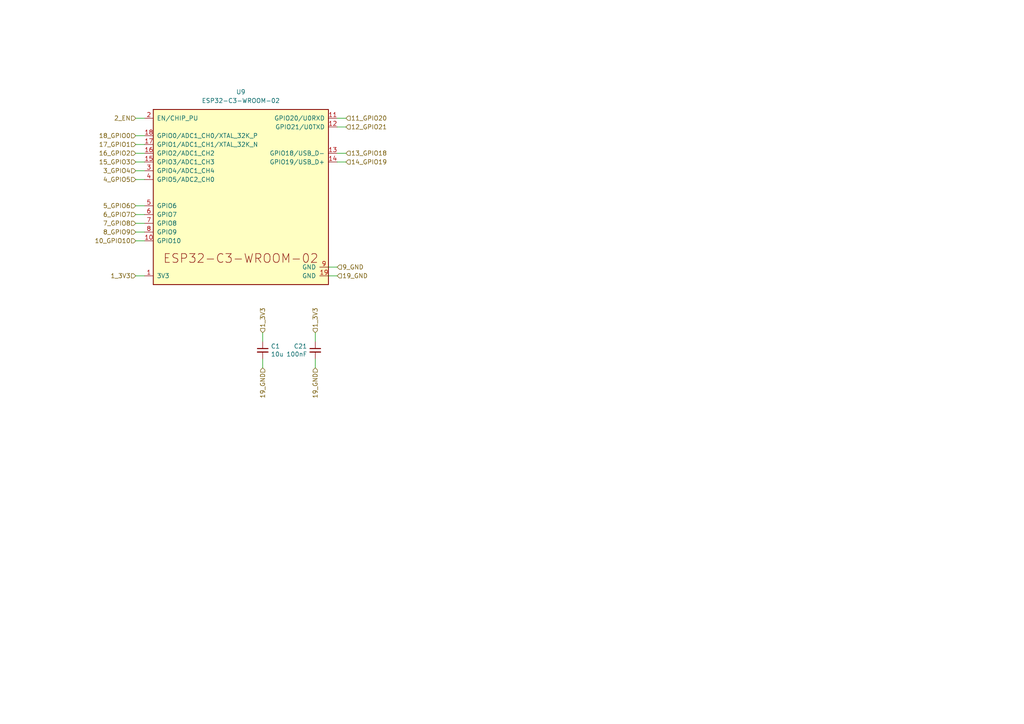
<source format=kicad_sch>
(kicad_sch (version 20230121) (generator eeschema)
  (paper "A4")
  (lib_symbols
    (symbol "FreeEEG16-alpha-adc_mcu:ESP32-C3-WROOM-02_allpins" (pin_names (offset 1.016))
      (property "Reference" "U9" (at 0 30.48 0))
      (property "Value" "ESP32-C3-WROOM-02" (at 0 27.94 0))
      (symbol "ESP32-C3-WROOM-02_allpins_0_0"
        (text "ESP32-C3-WROOM-02" (at 0 -17.78 0) (effects (font (size 2.54 2.54))))
      )
      (symbol "ESP32-C3-WROOM-02_allpins_0_1"
        (rectangle (start -25.4 25.4) (end 25.4 -25.4) (stroke (width 0.254)) (fill (type background)))
      )
      (symbol "ESP32-C3-WROOM-02_allpins_1_1"
        (pin power_in line (at -27.94 -22.86 0) (length 2.54) (name "3V3") (number "1"))
        (pin bidirectional line (at -27.94 -12.7 0) (length 2.54) (name "GPIO10") (number "10"))
        (pin bidirectional line (at 27.94 22.86 180) (length 2.54) (name "GPIO20/U0RXD") (number "11"))
        (pin bidirectional line (at 27.94 20.32 180) (length 2.54) (name "GPIO21/U0TXD") (number "12"))
        (pin bidirectional line (at 27.94 12.7 180) (length 2.54) (name "GPIO18/USB_D-") (number "13"))
        (pin bidirectional line (at 27.94 10.16 180) (length 2.54) (name "GPIO19/USB_D+") (number "14"))
        (pin bidirectional line (at -27.94 10.16 0) (length 2.54) (name "GPIO3/ADC1_CH3") (number "15"))
        (pin bidirectional line (at -27.94 12.7 0) (length 2.54) (name "GPIO2/ADC1_CH2") (number "16"))
        (pin bidirectional line (at -27.94 15.24 0) (length 2.54) (name "GPIO1/ADC1_CH1/XTAL_32K_N") (number "17"))
        (pin bidirectional line (at -27.94 17.78 0) (length 2.54) (name "GPIO0/ADC1_CH0/XTAL_32K_P") (number "18"))
        (pin passive line (at 25.4 -22.86 180) (length 2.54) (name "GND") (number "19"))
        (pin input line (at -27.94 22.86 0) (length 2.54) (name "EN/CHIP_PU") (number "2"))
        (pin bidirectional line (at -27.94 7.62 0) (length 2.54) (name "GPIO4/ADC1_CH4") (number "3"))
        (pin bidirectional line (at -27.94 5.08 0) (length 2.54) (name "GPIO5/ADC2_CH0") (number "4"))
        (pin bidirectional line (at -27.94 -2.54 0) (length 2.54) (name "GPIO6") (number "5"))
        (pin bidirectional line (at -27.94 -5.08 0) (length 2.54) (name "GPIO7") (number "6"))
        (pin bidirectional line (at -27.94 -7.62 0) (length 2.54) (name "GPIO8") (number "7"))
        (pin bidirectional line (at -27.94 -10.16 0) (length 2.54) (name "GPIO9") (number "8"))
        (pin power_in line (at 25.4 -20.32 180) (length 2.54) (name "GND") (number "9"))
      )
    )
    (symbol "FreeEEG32-ads131-rescue:C_Small-Device" (pin_numbers hide) (pin_names (offset 0.254) hide)
      (property "Reference" "C" (at 0.254 1.778 0))
      (property "Value" "C_Small-Device" (at 0.254 -2.032 0))
      (symbol "C_Small-Device_0_1"
        (polyline (pts (xy -1.524 -0.508) (xy 1.524 -0.508)) (stroke (width 0.3302)))
        (polyline (pts (xy -1.524 0.508) (xy 1.524 0.508)) (stroke (width 0.3048)))
      )
      (symbol "C_Small-Device_1_1"
        (pin passive line (at 0 2.54 270) (length 2.032) (name "~") (number "1"))
        (pin passive line (at 0 -2.54 90) (length 2.032) (name "~") (number "2"))
      )
    )
  )
  (wire (pts (xy 97.79 46.99) (xy 100.33 46.99)))
  (wire (pts (xy 41.91 34.29) (xy 39.37 34.29)))
  (wire (pts (xy 41.91 46.99) (xy 39.37 46.99)))
  (wire (pts (xy 41.91 59.69) (xy 39.37 59.69)))
  (wire (pts (xy 41.91 44.45) (xy 39.37 44.45)))
  (wire (pts (xy 41.91 64.77) (xy 39.37 64.77)))
  (wire (pts (xy 76.2 96.52) (xy 76.2 99.06)))
  (wire (pts (xy 91.44 96.52) (xy 91.44 99.06)))
  (wire (pts (xy 95.25 77.47) (xy 97.79 77.47)))
  (wire (pts (xy 91.44 104.14) (xy 91.44 106.68)))
  (wire (pts (xy 41.91 52.07) (xy 39.37 52.07)))
  (wire (pts (xy 97.79 36.83) (xy 100.33 36.83)))
  (wire (pts (xy 41.91 39.37) (xy 39.37 39.37)))
  (wire (pts (xy 76.2 104.14) (xy 76.2 106.68)))
  (wire (pts (xy 41.91 62.23) (xy 39.37 62.23)))
  (wire (pts (xy 95.25 80.01) (xy 97.79 80.01)))
  (wire (pts (xy 41.91 80.01) (xy 39.37 80.01)))
  (wire (pts (xy 97.79 44.45) (xy 100.33 44.45)))
  (wire (pts (xy 41.91 41.91) (xy 39.37 41.91)))
  (wire (pts (xy 97.79 34.29) (xy 100.33 34.29)))
  (wire (pts (xy 41.91 67.31) (xy 39.37 67.31)))
  (wire (pts (xy 41.91 49.53) (xy 39.37 49.53)))
  (wire (pts (xy 41.91 69.85) (xy 39.37 69.85)))
  (hierarchical_label "9_GND" (shape input) (at 97.79 77.47 0))
  (hierarchical_label "1_3V3" (shape input) (at 91.44 96.52 90))
  (hierarchical_label "12_GPIO21" (shape input) (at 100.33 36.83 0))
  (hierarchical_label "7_GPIO8" (shape input) (at 39.37 64.77 180))
  (hierarchical_label "19_GND" (shape input) (at 97.79 80.01 0))
  (hierarchical_label "15_GPIO3" (shape input) (at 39.37 46.99 180))
  (hierarchical_label "2_EN" (shape input) (at 39.37 34.29 180))
  (hierarchical_label "8_GPIO9" (shape input) (at 39.37 67.31 180))
  (hierarchical_label "18_GPIO0" (shape input) (at 39.37 39.37 180))
  (hierarchical_label "6_GPIO7" (shape input) (at 39.37 62.23 180))
  (hierarchical_label "16_GPIO2" (shape input) (at 39.37 44.45 180))
  (hierarchical_label "19_GND" (shape input) (at 76.2 106.68 270))
  (hierarchical_label "4_GPIO5" (shape input) (at 39.37 52.07 180))
  (hierarchical_label "1_3V3" (shape input) (at 39.37 80.01 180))
  (hierarchical_label "3_GPIO4" (shape input) (at 39.37 49.53 180))
  (hierarchical_label "1_3V3" (shape input) (at 76.2 96.52 90))
  (hierarchical_label "10_GPIO10" (shape input) (at 39.37 69.85 180))
  (hierarchical_label "14_GPIO19" (shape input) (at 100.33 46.99 0))
  (hierarchical_label "11_GPIO20" (shape input) (at 100.33 34.29 0))
  (hierarchical_label "5_GPIO6" (shape input) (at 39.37 59.69 180))
  (hierarchical_label "19_GND" (shape input) (at 91.44 106.68 270))
  (hierarchical_label "17_GPIO1" (shape input) (at 39.37 41.91 180))
  (hierarchical_label "13_GPIO18" (shape input) (at 100.33 44.45 0))
  (symbol (lib_id "FreeEEG16-alpha-adc_mcu:ESP32-C3-WROOM-02_allpins") (at 69.85 57.15 0) (unit 1)
    (property "Reference" "U9" (at 69.85 26.67 0))
    (property "Value" "ESP32-C3-WROOM-02" (at 69.85 29.21 0))
    (property "Footprint" "Espressif:ESP32-C3-WROOM-02U" (effects hide))
    (property "Datasheet" "https://www.espressif.com/sites/default/files/documentation/esp32-c3-wroom-02_datasheet_en.pdf" (effects hide))
  )
  (symbol (lib_id "FreeEEG32-ads131-rescue:C_Small-Device") (at 76.2 101.6 0) (unit 1)
    (property "Reference" "C1" (at 78.5368 100.4316 0) (effects (justify left)))
    (property "Value" "10u" (at 78.5368 102.743 0) (effects (justify left)))
    (property "Footprint" "Capacitor_SMD:C_0603_1608Metric" (effects hide))
    (instances (project "freeeeg16-alpha" (path "" (reference "C1") (unit 1)) (path "" (reference "C32") (unit 1)) (path "" (reference "C37") (unit 1))))
  )
  (symbol (lib_id "FreeEEG32-ads131-rescue:C_Small-Device") (at 91.44 101.6 0) (mirror y) (unit 1)
    (property "Reference" "C21" (at 89.1032 100.4316 0) (effects (justify left)))
    (property "Value" "100nF" (at 89.1032 102.743 0) (effects (justify left)))
    (property "Footprint" "Capacitor_SMD:C_0402_1005Metric" (effects hide))
    (property "Datasheet" "C0G" (effects hide))
    (property "MNP" "CL05B104KO5NNNC" (effects hide))
    (instances (project "freeeeg16-alpha" (path "" (reference "C21") (unit 1)) (path "" (reference "C33") (unit 1)) (path "" (reference "C38") (unit 1))))
  )
)
</source>
